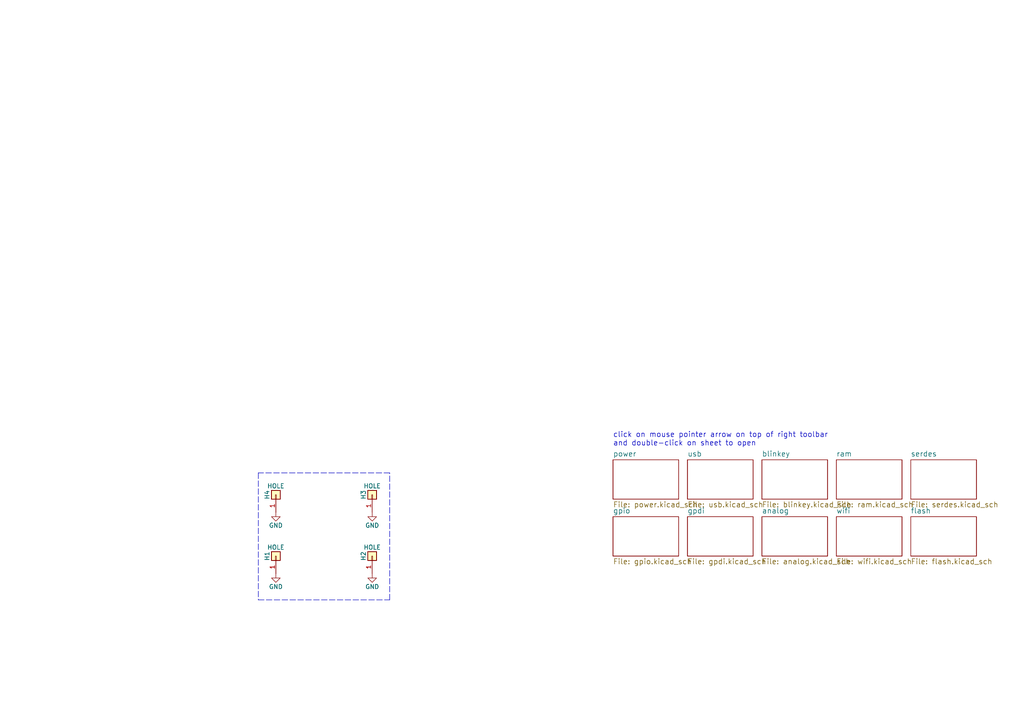
<source format=kicad_sch>
(kicad_sch (version 20211123) (generator eeschema)
  (paper "A4")
  (title_block (title "ULX3S") (date "2023-01-19") (rev "3.1.8") (company "EMARD") (comment 1 "Root sheet"))
  (lib_symbols
    (symbol "Connector_Generic:Conn_01x01" (pin_names (offset 1.016) hide)
      (property "Reference" "J" (at 0 2.54 0))
      (property "Value" "Conn_01x01" (at 0 -2.54 0))
      (symbol "Conn_01x01_1_1"
        (rectangle (start -1.27 0.127) (end 0 -0.127) (stroke (width 0.1524)))
        (rectangle (start -1.27 1.27) (end 1.27 -1.27) (stroke (width 0.254)) (fill (type background)))
        (pin passive line (at -5.08 0 0) (length 3.81) (name "Pin_1") (number "1"))
      )
    )
    (symbol "power:GND" (power) (pin_names (offset 0))
      (property "Value" "GND" (at 0 -3.81 0))
      (symbol "GND_0_1"
        (polyline (pts (xy 0 0) (xy 0 -1.27) (xy 1.27 -1.27) (xy 0 -2.54) (xy -1.27 -1.27) (xy 0 -1.27)))
      )
      (symbol "GND_1_1"
        (pin power_in line (at 0 0 270) (length 0) hide (name "GND") (number "1"))
      )
    )
  )
  (polyline (pts (xy 113.03 173.99) (xy 113.03 137.16)))
  (polyline (pts (xy 74.93 173.99) (xy 113.03 173.99)))
  (polyline (pts (xy 74.93 137.16) (xy 74.93 173.99)))
  (polyline (pts (xy 113.03 137.16) (xy 74.93 137.16)))
  (text "click on mouse pointer arrow on top of right toolbar\nand double-click on sheet to open" (at 177.8 129.54 0) (effects (font (size 1.524 1.524)) (justify left bottom)))
  (symbol (lib_id "Connector_Generic:Conn_01x01") (at 80.01 161.29 90) (unit 1)
    (property "Reference" "H1" (at 77.47 161.29 0))
    (property "Value" "HOLE" (at 80.01 158.75 90))
    (property "Footprint" "Mounting_Holes:MountingHole_3.2mm_M3_ISO14580_Pad" (effects hide))
  )
  (symbol (lib_id "Connector_Generic:Conn_01x01") (at 107.95 161.29 90) (unit 1)
    (property "Reference" "H2" (at 105.41 161.29 0))
    (property "Value" "HOLE" (at 107.95 158.75 90))
    (property "Footprint" "Mounting_Holes:MountingHole_3.2mm_M3_ISO14580_Pad" (effects hide))
  )
  (symbol (lib_id "Connector_Generic:Conn_01x01") (at 107.95 143.51 90) (unit 1)
    (property "Reference" "H3" (at 105.41 143.51 0))
    (property "Value" "HOLE" (at 107.95 140.97 90))
    (property "Footprint" "Mounting_Holes:MountingHole_3.2mm_M3_ISO14580_Pad" (effects hide))
  )
  (symbol (lib_id "Connector_Generic:Conn_01x01") (at 80.01 143.51 90) (unit 1)
    (property "Reference" "H4" (at 77.47 143.51 0))
    (property "Value" "HOLE" (at 80.01 140.97 90))
    (property "Footprint" "Mounting_Holes:MountingHole_3.2mm_M3_ISO14580_Pad" (effects hide))
    (property "Note" "Leave empty" (effects hide))
  )
  (symbol (lib_id "power:GND") (at 80.01 166.37 0) (unit 1)
    (property "Reference" "#PWR02" (effects hide))
    (property "Value" "GND" (at 80.01 170.18 0))
  )
  (symbol (lib_id "power:GND") (at 107.95 166.37 0) (unit 1)
    (property "Reference" "#PWR04" (effects hide))
    (property "Value" "GND" (at 107.95 170.18 0))
  )
  (symbol (lib_id "power:GND") (at 107.95 148.59 0) (unit 1)
    (property "Reference" "#PWR03" (effects hide))
    (property "Value" "GND" (at 107.95 152.4 0))
  )
  (symbol (lib_id "power:GND") (at 80.01 148.59 0) (unit 1)
    (property "Reference" "#PWR01" (effects hide))
    (property "Value" "GND" (at 80.01 152.4 0))
  )
  (sheet (at 177.8 149.86) (size 19.05 11.43)
    (property "Sheet name" "gpio" (at 177.8 149.0214 0) (effects (font (size 1.524 1.524)) (justify left bottom)))
    (property "Sheet file" "gpio.kicad_sch" (at 177.8 161.9762 0) (effects (font (size 1.524 1.524)) (justify left top)))
  )
  (sheet (at 177.8 133.35) (size 19.05 11.43)
    (property "Sheet name" "power" (at 177.8 132.5114 0) (effects (font (size 1.524 1.524)) (justify left bottom)))
    (property "Sheet file" "power.kicad_sch" (at 177.8 145.4662 0) (effects (font (size 1.524 1.524)) (justify left top)))
  )
  (sheet (at 220.98 133.35) (size 19.05 11.43)
    (property "Sheet name" "blinkey" (at 220.98 132.5114 0) (effects (font (size 1.524 1.524)) (justify left bottom)))
    (property "Sheet file" "blinkey.kicad_sch" (at 220.98 145.4662 0) (effects (font (size 1.524 1.524)) (justify left top)))
  )
  (sheet (at 199.39 149.86) (size 19.05 11.43)
    (property "Sheet name" "gpdi" (at 199.39 149.0214 0) (effects (font (size 1.524 1.524)) (justify left bottom)))
    (property "Sheet file" "gpdi.kicad_sch" (at 199.39 161.9762 0) (effects (font (size 1.524 1.524)) (justify left top)))
  )
  (sheet (at 199.39 133.35) (size 19.05 11.43)
    (property "Sheet name" "usb" (at 199.39 132.5114 0) (effects (font (size 1.524 1.524)) (justify left bottom)))
    (property "Sheet file" "usb.kicad_sch" (at 199.39 145.4662 0) (effects (font (size 1.524 1.524)) (justify left top)))
  )
  (sheet (at 242.57 149.86) (size 19.05 11.43)
    (property "Sheet name" "wifi" (at 242.57 149.0214 0) (effects (font (size 1.524 1.524)) (justify left bottom)))
    (property "Sheet file" "wifi.kicad_sch" (at 242.57 161.9762 0) (effects (font (size 1.524 1.524)) (justify left top)))
  )
  (sheet (at 242.57 133.35) (size 19.05 11.43)
    (property "Sheet name" "ram" (at 242.57 132.5114 0) (effects (font (size 1.524 1.524)) (justify left bottom)))
    (property "Sheet file" "ram.kicad_sch" (at 242.57 145.4662 0) (effects (font (size 1.524 1.524)) (justify left top)))
  )
  (sheet (at 220.98 149.86) (size 19.05 11.43)
    (property "Sheet name" "analog" (at 220.98 149.0214 0) (effects (font (size 1.524 1.524)) (justify left bottom)))
    (property "Sheet file" "analog.kicad_sch" (at 220.98 161.9762 0) (effects (font (size 1.524 1.524)) (justify left top)))
  )
  (sheet (at 264.16 149.86) (size 19.05 11.43)
    (property "Sheet name" "flash" (at 264.16 149.0214 0) (effects (font (size 1.524 1.524)) (justify left bottom)))
    (property "Sheet file" "flash.kicad_sch" (at 264.16 161.9762 0) (effects (font (size 1.524 1.524)) (justify left top)))
  )
  (sheet (at 264.16 133.35) (size 19.05 11.43)
    (property "Sheet name" "serdes" (at 264.16 132.5114 0) (effects (font (size 1.524 1.524)) (justify left bottom)))
    (property "Sheet file" "serdes.kicad_sch" (at 264.16 145.4662 0) (effects (font (size 1.524 1.524)) (justify left top)))
  )
)
</source>
